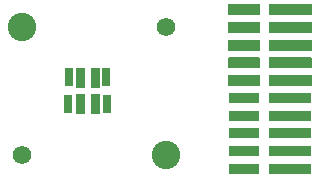
<source format=gbr>
%TF.GenerationSoftware,KiCad,Pcbnew,9.0.0*%
%TF.CreationDate,2025-04-15T14:49:33-07:00*%
%TF.ProjectId,LEDBoardBasic,4c454442-6f61-4726-9442-617369632e6b,rev?*%
%TF.SameCoordinates,Original*%
%TF.FileFunction,Soldermask,Top*%
%TF.FilePolarity,Negative*%
%FSLAX46Y46*%
G04 Gerber Fmt 4.6, Leading zero omitted, Abs format (unit mm)*
G04 Created by KiCad (PCBNEW 9.0.0) date 2025-04-15 14:49:33*
%MOMM*%
%LPD*%
G01*
G04 APERTURE LIST*
%ADD10C,0.100000*%
%ADD11R,0.650000X1.600000*%
%ADD12R,2.641600X0.838200*%
%ADD13R,3.556000X0.838200*%
%ADD14C,1.574800*%
%ADD15C,2.413000*%
G04 APERTURE END LIST*
D10*
X148351581Y-96705859D02*
X145712521Y-96705859D01*
X145712521Y-95870199D01*
X148351581Y-95870199D01*
X148351581Y-96705859D01*
G36*
X148351581Y-96705859D02*
G01*
X145712521Y-96705859D01*
X145712521Y-95870199D01*
X148351581Y-95870199D01*
X148351581Y-96705859D01*
G37*
X152710221Y-96708399D02*
X149154221Y-96708399D01*
X149154221Y-95870199D01*
X152710221Y-95870199D01*
X152710221Y-96708399D01*
G36*
X152710221Y-96708399D02*
G01*
X149154221Y-96708399D01*
X149154221Y-95870199D01*
X152710221Y-95870199D01*
X152710221Y-96708399D01*
G37*
X148354121Y-95207259D02*
X145715061Y-95207259D01*
X145715061Y-94371599D01*
X148354121Y-94371599D01*
X148354121Y-95207259D01*
G36*
X148354121Y-95207259D02*
G01*
X145715061Y-95207259D01*
X145715061Y-94371599D01*
X148354121Y-94371599D01*
X148354121Y-95207259D01*
G37*
X152707681Y-90711459D02*
X149151681Y-90711459D01*
X149151681Y-89873259D01*
X152707681Y-89873259D01*
X152707681Y-90711459D01*
G36*
X152707681Y-90711459D02*
G01*
X149151681Y-90711459D01*
X149151681Y-89873259D01*
X152707681Y-89873259D01*
X152707681Y-90711459D01*
G37*
X134795601Y-99085839D02*
X134145361Y-99085839D01*
X134145361Y-97485639D01*
X134795601Y-97485639D01*
X134795601Y-99085839D01*
G36*
X134795601Y-99085839D02*
G01*
X134145361Y-99085839D01*
X134145361Y-97485639D01*
X134795601Y-97485639D01*
X134795601Y-99085839D01*
G37*
X152712761Y-95209799D02*
X149156761Y-95209799D01*
X149156761Y-94371599D01*
X152712761Y-94371599D01*
X152712761Y-95209799D01*
G36*
X152712761Y-95209799D02*
G01*
X149156761Y-95209799D01*
X149156761Y-94371599D01*
X152712761Y-94371599D01*
X152712761Y-95209799D01*
G37*
X152710221Y-92210059D02*
X149154221Y-92210059D01*
X149154221Y-91371859D01*
X152710221Y-91371859D01*
X152710221Y-92210059D01*
G36*
X152710221Y-92210059D02*
G01*
X149154221Y-92210059D01*
X149154221Y-91371859D01*
X152710221Y-91371859D01*
X152710221Y-92210059D01*
G37*
X148349041Y-90708919D02*
X145709981Y-90708919D01*
X145709981Y-89873259D01*
X148349041Y-89873259D01*
X148349041Y-90708919D01*
G36*
X148349041Y-90708919D02*
G01*
X145709981Y-90708919D01*
X145709981Y-89873259D01*
X148349041Y-89873259D01*
X148349041Y-90708919D01*
G37*
X133479881Y-96822699D02*
X132829641Y-96822699D01*
X132829641Y-95222499D01*
X133479881Y-95222499D01*
X133479881Y-96822699D01*
G36*
X133479881Y-96822699D02*
G01*
X132829641Y-96822699D01*
X132829641Y-95222499D01*
X133479881Y-95222499D01*
X133479881Y-96822699D01*
G37*
X148354121Y-93711199D02*
X145715061Y-93711199D01*
X145715061Y-92875539D01*
X148354121Y-92875539D01*
X148354121Y-93711199D01*
G36*
X148354121Y-93711199D02*
G01*
X145715061Y-93711199D01*
X145715061Y-92875539D01*
X148354121Y-92875539D01*
X148354121Y-93711199D01*
G37*
X148351581Y-92207519D02*
X145712521Y-92207519D01*
X145712521Y-91371859D01*
X148351581Y-91371859D01*
X148351581Y-92207519D01*
G36*
X148351581Y-92207519D02*
G01*
X145712521Y-92207519D01*
X145712521Y-91371859D01*
X148351581Y-91371859D01*
X148351581Y-92207519D01*
G37*
X134787981Y-96827779D02*
X134137741Y-96827779D01*
X134137741Y-95227579D01*
X134787981Y-95227579D01*
X134787981Y-96827779D01*
G36*
X134787981Y-96827779D02*
G01*
X134137741Y-96827779D01*
X134137741Y-95227579D01*
X134787981Y-95227579D01*
X134787981Y-96827779D01*
G37*
X152712761Y-93713739D02*
X149156761Y-93713739D01*
X149156761Y-92875539D01*
X152712761Y-92875539D01*
X152712761Y-93713739D01*
G36*
X152712761Y-93713739D02*
G01*
X149156761Y-93713739D01*
X149156761Y-92875539D01*
X152712761Y-92875539D01*
X152712761Y-93713739D01*
G37*
X133472261Y-99080759D02*
X132822021Y-99080759D01*
X132822021Y-97480559D01*
X133472261Y-97480559D01*
X133472261Y-99080759D01*
G36*
X133472261Y-99080759D02*
G01*
X132822021Y-99080759D01*
X132822021Y-97480559D01*
X133472261Y-97480559D01*
X133472261Y-99080759D01*
G37*
D11*
%TO.C,D3*%
X133151880Y-96022599D03*
X132201880Y-96022599D03*
%TD*%
D12*
%TO.C,J1*%
X147032221Y-103788159D03*
D13*
X150932221Y-103788159D03*
D12*
X147032221Y-102288160D03*
D13*
X150932221Y-102288160D03*
D12*
X147032221Y-100788160D03*
D13*
X150932221Y-100788160D03*
D12*
X147032221Y-99288161D03*
D13*
X150932221Y-99288161D03*
D12*
X147032221Y-97788161D03*
D13*
X150932221Y-97788161D03*
D12*
X147032221Y-96288162D03*
D13*
X150932221Y-96288162D03*
D12*
X147032221Y-94788159D03*
D13*
X150932221Y-94788159D03*
D12*
X147032221Y-93288160D03*
D13*
X150932221Y-93288160D03*
D12*
X147032221Y-91788160D03*
D13*
X150932221Y-91788160D03*
D12*
X147032221Y-90288161D03*
D13*
X150932221Y-90288161D03*
%TD*%
D14*
%TO.C,H3*%
X128250021Y-102611359D03*
%TD*%
%TO.C,H4*%
X140442021Y-91816359D03*
%TD*%
D11*
%TO.C,D2*%
X134462480Y-96027679D03*
X135412480Y-96027679D03*
%TD*%
D15*
%TO.C,H1*%
X128250021Y-91816359D03*
%TD*%
D11*
%TO.C,D1*%
X134470100Y-98282760D03*
X135420100Y-98282760D03*
%TD*%
%TO.C,D4*%
X133144300Y-98280659D03*
X132194300Y-98280659D03*
%TD*%
D15*
%TO.C,H2*%
X140442021Y-102611359D03*
%TD*%
M02*

</source>
